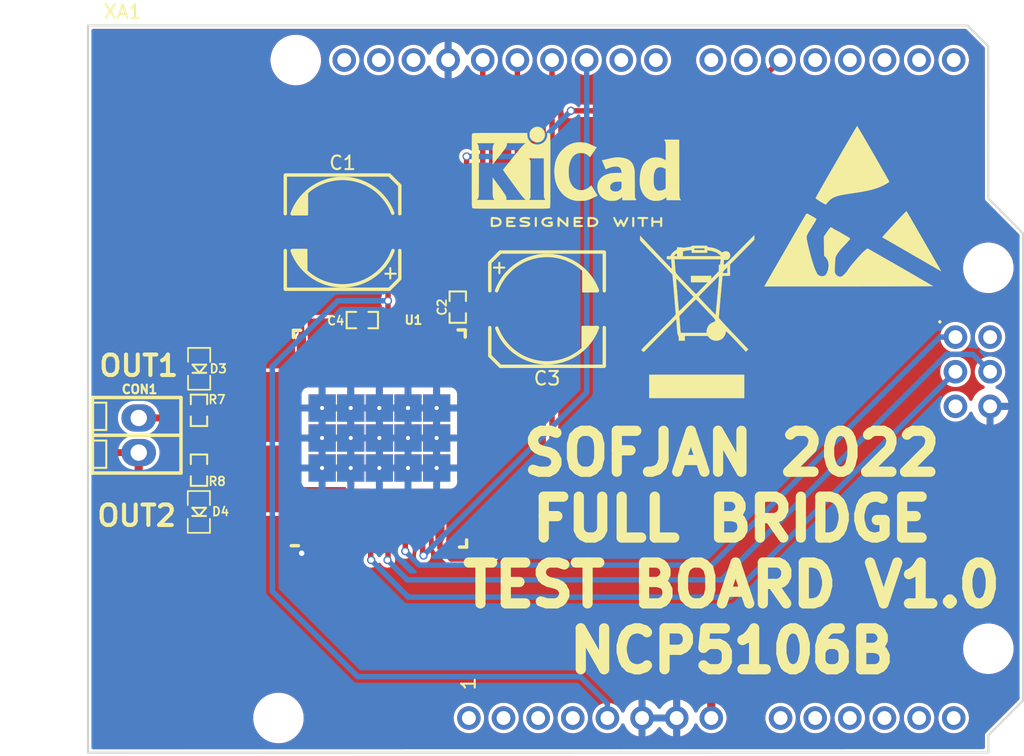
<source format=kicad_pcb>
(kicad_pcb (version 20211014) (generator pcbnew)
  (title_block (title "Full Bridge based on TLE6209R") (date "2022-04-26") (rev "V1.0") (company "Sofjan"))
  (layers (0 "F.Cu" signal) (31 "B.Cu" signal) (34 "B.Paste" user) (35 "F.Paste" user) (36 "B.SilkS" user "B.Silkscreen") (37 "F.SilkS" user "F.Silkscreen") (38 "B.Mask" user) (39 "F.Mask" user) (44 "Edge.Cuts" user))
  (net 0 "")
  (net 1 "GND")
  (net 2 "Net-(CON1-Pad2)")
  (net 3 "Net-(D3-Pad2)")
  (net 4 "Net-(D4-Pad1)")
  (net 28 "/VIN")
  (net 29 "/SPI_SCLK")
  (net 30 "/SPI_MOSI")
  (net 31 "/SPI_MISO")
  (net 32 "/SPI_CSN")
  (net 33 "/INH")
  (net 34 "/DIS")
  (net 35 "/DIR")
  (net 36 "/PWM")
  (net 38 "5V")
  (net 39 "Net-(C4-Pad1)")
  (net 40 "Net-(CON1-Pad1)")
  (footprint "Arduino:Arduino_101_Shield" (layer "F.Cu") (at 111.026 126.343)
    (fp_text reference "XA1" (at 2.54 -54.356) (layer "F.SilkS"))
    (fp_text value "Arduino_101_Shield")
    (fp_text user "." (at 62.484 -32.004) (layer "F.SilkS"))
    (pad "" np_thru_hole circle locked (at 66.04 -7.62) (size 3.2 3.2) (drill 3.2) (layers *.Cu *.Mask))
    (pad "" np_thru_hole circle locked (at 13.97 -2.54) (size 3.2 3.2) (drill 3.2) (layers *.Cu *.Mask))
    (pad "" np_thru_hole circle locked (at 15.24 -50.8) (size 3.2 3.2) (drill 3.2) (layers *.Cu *.Mask))
    (pad "" np_thru_hole circle locked (at 66.04 -35.56) (size 3.2 3.2) (drill 3.2) (layers *.Cu *.Mask))
    (pad "3V3" thru_hole oval locked (at 35.56 -2.54) (size 1.7272 1.7272) (drill 1.016) (layers *.Cu *.Mask))
    (pad "5V1" thru_hole oval locked (at 38.1 -2.54) (size 1.7272 1.7272) (drill 1.016) (layers *.Cu *.Mask) (net 38 "5V"))
    (pad "5V2" thru_hole oval locked (at 66.167 -30.48) (size 1.7272 1.7272) (drill 1.016) (layers *.Cu *.Mask))
    (pad "A0" thru_hole oval locked (at 50.8 -2.54) (size 1.7272 1.7272) (drill 1.016) (layers *.Cu *.Mask))
    (pad "A1" thru_hole oval locked (at 53.34 -2.54) (size 1.7272 1.7272) (drill 1.016) (layers *.Cu *.Mask))
    (pad "A2" thru_hole oval locked (at 55.88 -2.54) (size 1.7272 1.7272) (drill 1.016) (layers *.Cu *.Mask))
    (pad "A3" thru_hole oval locked (at 58.42 -2.54) (size 1.7272 1.7272) (drill 1.016) (layers *.Cu *.Mask))
    (pad "A4" thru_hole oval locked (at 60.96 -2.54) (size 1.7272 1.7272) (drill 1.016) (layers *.Cu *.Mask))
    (pad "A5" thru_hole oval locked (at 63.5 -2.54) (size 1.7272 1.7272) (drill 1.016) (layers *.Cu *.Mask))
    (pad "AREF" thru_hole oval locked (at 23.876 -50.8) (size 1.7272 1.7272) (drill 1.016) (layers *.Cu *.Mask))
    (pad "ATN" thru_hole oval locked (at 27.94 -2.54) (size 1.7272 1.7272) (drill 1.016) (layers *.Cu *.Mask))
    (pad "D0" thru_hole oval locked (at 63.5 -50.8) (size 1.7272 1.7272) (drill 1.016) (layers *.Cu *.Mask))
    (pad "D1" thru_hole oval locked (at 60.96 -50.8) (size 1.7272 1.7272) (drill 1.016) (layers *.Cu *.Mask))
    (pad "D2" thru_hole oval locked (at 58.42 -50.8) (size 1.7272 1.7272) (drill 1.016) (layers *.Cu *.Mask))
    (pad "D3" thru_hole oval locked (at 55.88 -50.8) (size 1.7272 1.7272) (drill 1.016) (layers *.Cu *.Mask))
    (pad "D4" thru_hole oval locked (at 53.34 -50.8) (size 1.7272 1.7272) (drill 1.016) (layers *.Cu *.Mask))
    (pad "D5" thru_hole oval locked (at 50.8 -50.8) (size 1.7272 1.7272) (drill 1.016) (layers *.Cu *.Mask) (net 36 "/PWM"))
    (pad "D6" thru_hole oval locked (at 48.26 -50.8) (size 1.7272 1.7272) (drill 1.016) (layers *.Cu *.Mask))
    (pad "D7" thru_hole oval locked (at 45.72 -50.8) (size 1.7272 1.7272) (drill 1.016) (layers *.Cu *.Mask))
    (pad "D8" thru_hole oval locked (at 41.656 -50.8) (size 1.7272 1.7272) (drill 1.016) (layers *.Cu *.Mask))
    (pad "D9" thru_hole oval locked (at 39.116 -50.8) (size 1.7272 1.7272) (drill 1.016) (layers *.Cu *.Mask))
    (pad "D10" thru_hole oval locked (at 36.576 -50.8) (size 1.7272 1.7272) (drill 1.016) (layers *.Cu *.Mask) (net 32 "/SPI_CSN"))
    (pad "D11" thru_hole oval locked (at 34.036 -50.8) (size 1.7272 1.7272) (drill 1.016) (layers *.Cu *.Mask) (net 33 "/INH"))
    (pad "D12" thru_hole oval locked (at 31.496 -50.8) (size 1.7272 1.7272) (drill 1.016) (layers *.Cu *.Mask) (net 34 "/DIS"))
    (pad "D13" thru_hole oval locked (at 28.956 -50.8) (size 1.7272 1.7272) (drill 1.016) (layers *.Cu *.Mask) (net 35 "/DIR"))
    (pad "GND1" thru_hole oval locked (at 26.416 -50.8) (size 1.7272 1.7272) (drill 1.016) (layers *.Cu *.Mask) (net 1 "GND"))
    (pad "GND2" thru_hole oval locked (at 40.64 -2.54) (size 1.7272 1.7272) (drill 1.016) (layers *.Cu *.Mask) (net 1 "GND"))
    (pad "GND3" thru_hole oval locked (at 43.18 -2.54) (size 1.7272 1.7272) (drill 1.016) (layers *.Cu *.Mask) (net 1 "GND"))
    (pad "GND4" thru_hole oval locked (at 66.167 -25.4) (size 1.7272 1.7272) (drill 1.016) (layers *.Cu *.Mask) (net 1 "GND"))
    (pad "IORF" thru_hole oval locked (at 30.48 -2.54) (size 1.7272 1.7272) (drill 1.016) (layers *.Cu *.Mask))
    (pad "MISO" thru_hole oval locked (at 63.627 -30.48) (size 1.7272 1.7272) (drill 1.016) (layers *.Cu *.Mask) (net 31 "/SPI_MISO"))
    (pad "MOSI" thru_hole oval locked (at 66.167 -27.94) (size 1.7272 1.7272) (drill 1.016) (layers *.Cu *.Mask) (net 30 "/SPI_MOSI"))
    (pad "RST1" thru_hole oval locked (at 33.02 -2.54) (size 1.7272 1.7272) (drill 1.016) (layers *.Cu *.Mask))
    (pad "RST2" thru_hole oval locked (at 63.627 -25.4) (size 1.7272 1.7272) (drill 1.016) (layers *.Cu *.Mask))
    (pad "SCK" thru_hole oval locked (at 63.627 -27.94) (size 1.7272 1.7272) (drill 1.016) (layers *.Cu *.Mask) (net 29 "/SPI_SCLK"))
    (pad "SCL" thru_hole oval locked (at 18.796 -50.8) (size 1.7272 1.7272) (drill 1.016) (layers *.Cu *.Mask))
    (pad "SDA" thru_hole oval locked (at 21.336 -50.8) (size 1.7272 1.7272) (drill 1.016) (layers *.Cu *.Mask))
    (pad "VIN" thru_hole oval locked (at 45.72 -2.54) (size 1.7272 1.7272) (drill 1.016) (layers *.Cu *.Mask) (net 28 "/VIN"))
  )
  (footprint "Smd_Electrolytic:100uF_50V_Size_C_8x10" (layer "F.Cu") (at 144.698 93.815 180)
    (fp_text reference "C3" (at 0 -5.08) (layer "F.SilkS"))
    (fp_text value "100uF/50V" hide)
    (pad "1" smd rect locked (at 3.2512 0 180) (size 3.50012 2.4003) (layers "F.Cu" "F.Paste" "F.Mask") (net 28 "/VIN"))
    (pad "2" smd rect locked (at -3.2512 0 180) (size 3.50012 2.4003) (layers "F.Cu" "F.Paste" "F.Mask") (net 1 "GND"))
  )
  (footprint "Symbols:KiCad-Logo2_6mm_SilkScreen" (layer "F.Cu") (at 146.840514 83.419848)
    (fp_text reference "Lg1" hide)
    (fp_text value "KiCad_Logo" hide)
  )
  (footprint "Resistor_Smd_0603:1k_0603" (layer "F.Cu") (at 119.168 101.235 -90)
    (fp_text reference "R7" (at -0.79 -1.32) (layer "F.SilkS") (effects (font (size 0.635 0.635) (thickness 0.127))))
    (fp_text value "1k" hide)
    (pad "1" smd rect (at -0.7 0 270) (size 0.6 1) (layers "F.Cu" "F.Paste" "F.Mask") (net 3 "Net-(D3-Pad2)") (clearance 0.03))
    (pad "2" smd rect (at 0.7 0 270) (size 0.6 1) (layers "F.Cu" "F.Paste" "F.Mask") (net 40 "Net-(CON1-Pad1)") (clearance 0.03))
  )
  (footprint "Capacitors_Smd_0603:100nF_0603" (layer "F.Cu") (at 138.148 93.665 -90)
    (fp_text reference "C2" (at 0 1.15 90) (layer "F.SilkS") (effects (font (size 0.635 0.635) (thickness 0.127))))
    (fp_text value "100n" hide)
    (pad "1" smd rect (at -0.7 0 270) (size 0.6 1) (layers "F.Cu" "F.Paste" "F.Mask") (net 28 "/VIN"))
    (pad "2" smd rect (at 0.7 0 270) (size 0.6 1) (layers "F.Cu" "F.Paste" "F.Mask") (net 1 "GND"))
  )
  (footprint "Diodes:FYLS-0805URC" (layer "F.Cu") (at 119.178 98.185 90)
    (fp_text reference "D3" (at 0 1.4 180) (layer "F.SilkS") (effects (font (size 0.635 0.635) (thickness 0.127))))
    (fp_text value "FYLS-0805URC" hide)
    (pad "1" smd rect (at 0.9525 0 90) (size 0.889 1.397) (layers "F.Cu" "F.Paste" "F.Mask") (net 2 "Net-(CON1-Pad2)") (clearance 0.1))
    (pad "2" smd rect (at -0.9525 0 90) (size 0.889 1.397) (layers "F.Cu" "F.Paste" "F.Mask") (net 3 "Net-(D3-Pad2)") (clearance 0.1))
  )
  (footprint "H_Bridges_Drivers:TLE6209R" (layer "F.Cu") (at 132.398 103.265)
    (fp_text reference "U1" (at 2.5 -8.65) (layer "F.SilkS") (effects (font (size 0.635 0.635))))
    (fp_text value "TLE6209R" hide)
    (pad "0" thru_hole rect (at 2.1 2.2) (size 2 2) (drill 0.3) (layers *.Cu *.Mask) (net 1 "GND") (clearance 0.01))
    (pad "0" thru_hole rect (at 0 0) (size 2 2) (drill 0.3) (layers *.Cu *.Mask) (net 1 "GND") (clearance 0.01))
    (pad "0" thru_hole rect (at 2.1 -2.2) (size 2 2) (drill 0.3) (layers *.Cu *.Mask) (net 1 "GND") (clearance 0.01))
    (pad "0" thru_hole rect (at 4.2 -2.2) (size 2 2) (drill 0.3) (layers *.Cu *.Mask) (net 1 "GND") (clearance 0.01))
    (pad "0" thru_hole rect (at -2.1 0) (size 2 2) (drill 0.3) (layers *.Cu *.Mask) (net 1 "GND") (clearance 0.01))
    (pad "0" thru_hole rect (at 4.2 2.2) (size 2 2) (drill 0.3) (layers *.Cu *.Mask) (net 1 "GND") (clearance 0.01))
    (pad "0" thru_hole rect (at 4.2 0) (size 2 2) (drill 0.3) (layers *.Cu *.Mask) (net 1 "GND") (clearance 0.01))
    (pad "0" thru_hole rect (at 0 -2.2) (size 2 2) (drill 0.3) (layers *.Cu *.Mask) (net 1 "GND") (clearance 0.01))
    (pad "0" thru_hole rect (at -2.1 2.2) (size 2 2) (drill 0.3) (layers *.Cu *.Mask) (net 1 "GND") (clearance 0.01))
    (pad "0" thru_hole rect (at 2.1 0) (size 2 2) (drill 0.3) (layers *.Cu *.Mask) (net 1 "GND") (clearance 0.01))
    (pad "0" thru_hole rect (at -4.2 2.2) (size 2 2) (drill 0.3) (layers *.Cu *.Mask) (net 1 "GND") (clearance 0.01))
    (pad "0" thru_hole rect (at -4.2 -2.2) (size 2 2) (drill 0.3) (layers *.Cu *.Mask) (net 1 "GND") (clearance 0.01))
    (pad "0" thru_hole rect (at 0 2.2) (size 2 2) (drill 0.3) (layers *.Cu *.Mask) (net 1 "GND") (clearance 0.01))
    (pad "0" thru_hole rect (at -2.1 -2.2) (size 2 2) (drill 0.3) (layers *.Cu *.Mask) (net 1 "GND") (clearance 0.01))
    (pad "0" thru_hole rect (at -4.2 0) (size 2 2) (drill 0.3) (layers *.Cu *.Mask) (net 1 "GND") (clearance 0.01))
    (pad "1" smd oval (at -5.715 6.74 90) (size 1.83 0.68) (layers "F.Cu" "F.Paste" "F.Mask") (net 1 "GND") (clearance 0.01))
    (pad "2" smd oval (at -4.445 6.74 90) (size 1.83 0.68) (layers "F.Cu" "F.Paste" "F.Mask") (net 40 "Net-(CON1-Pad1)") (clearance 0.01))
    (pad "3" smd oval (at -3.175 6.74 90) (size 1.83 0.68) (layers "F.Cu" "F.Paste" "F.Mask") (net 40 "Net-(CON1-Pad1)") (clearance 0.01))
    (pad "4" smd oval (at -1.905 6.74 90) (size 1.83 0.68) (layers "F.Cu" "F.Paste" "F.Mask") (net 28 "/VIN") (clearance 0.01))
    (pad "5" smd oval (at -0.635 6.74 90) (size 1.83 0.68) (layers "F.Cu" "F.Paste" "F.Mask") (net 29 "/SPI_SCLK") (clearance 0.01))
    (pad "6" smd oval (at 0.635 6.74 90) (size 1.83 0.68) (layers "F.Cu" "F.Paste" "F.Mask") (net 30 "/SPI_MOSI") (clearance 0.01))
    (pad "7" smd oval (at 1.905 6.74 90) (size 1.83 0.68) (layers "F.Cu" "F.Paste" "F.Mask") (net 31 "/SPI_MISO") (clearance 0.01))
    (pad "8" smd oval (at 3.175 6.74 90) (size 1.83 0.68) (layers "F.Cu" "F.Paste" "F.Mask") (net 32 "/SPI_CSN") (clearance 0.01))
    (pad "9" smd oval (at 4.445 6.74 90) (size 1.83 0.68) (layers "F.Cu" "F.Paste" "F.Mask") (net 33 "/INH") (clearance 0.01))
    (pad "10" smd oval (at 5.715 6.74 90) (size 1.83 0.68) (layers "F.Cu" "F.Paste" "F.Mask") (net 1 "GND") (clearance 0.01))
    (pad "11" smd oval (at 5.715 -6.74 90) (size 1.83 0.68) (layers "F.Cu" "F.Paste" "F.Mask") (net 1 "GND") (clearance 0.01))
    (pad "12" smd oval (at 4.445 -6.74 90) (size 1.83 0.68) (layers "F.Cu" "F.Paste" "F.Mask") (net 34 "/DIS") (clearance 0.01))
    (pad "13" smd oval (at 3.175 -6.74 90) (size 1.83 0.68) (layers "F.Cu" "F.Paste" "F.Mask") (net 35 "/DIR") (clearance 0.01))
    (pad "14" smd oval (at 1.905 -6.74 90) (size 1.83 0.68) (layers "F.Cu" "F.Paste" "F.Mask") (net 36 "/PWM") (clearance 0.01))
    (pad "15" smd oval (at 0.635 -6.74 90) (size 1.83 0.68) (layers "F.Cu" "F.Paste" "F.Mask") (net 38 "5V") (clearance 0.01))
    (pad "16" smd oval (at -0.635 -6.74 90) (size 1.83 0.68) (layers "F.Cu" "F.Paste" "F.Mask") (net 39 "Net-(C4-Pad1)") (clearance 0.01))
    (pad "17" smd oval (at -1.905 -6.74 90) (size 1.83 0.68) (layers "F.Cu" "F.Paste" "F.Mask") (net 28 "/VIN") (clearance 0.01))
    (pad "18" smd oval (at -3.175 -6.74 90) (size 1.83 0.68) (layers "F.Cu" "F.Paste" "F.Mask") (net 2 "Net-(CON1-Pad2)") (clearance 0.01))
    (pad "19" smd oval (at -4.445 -6.74 90) (size 1.83 0.68) (layers "F.Cu" "F.Paste" "F.Mask") (net 2 "Net-(CON1-Pad2)") (clearance 0.01))
    (pad "20" smd oval (at -5.715 -6.74 90) (size 1.83 0.68) (layers "F.Cu" "F.Paste" "F.Mask") (net 1 "GND") (clearance 0.01))
  )
  (footprint "Symbols:ESD-Logo_13.2x12mm_SilkScreen" (layer "F.Cu") (at 167.132 86.233)
    (fp_text reference "Lg2" hide)
    (fp_text value "ESD_Logo" hide)
  )
  (footprint "Smd_Electrolytic:100uF_50V_Size_C_8x10" (layer "F.Cu") (at 129.698 88.165)
    (fp_text reference "C1" (at 0 -5.08) (layer "F.SilkS"))
    (fp_text value "100uF/50V" hide)
    (pad "1" smd rect locked (at 3.2512 0) (size 3.50012 2.4003) (layers "F.Cu" "F.Paste" "F.Mask") (net 38 "5V"))
    (pad "2" smd rect locked (at -3.2512 0) (size 3.50012 2.4003) (layers "F.Cu" "F.Paste" "F.Mask") (net 1 "GND"))
  )
  (footprint "Capacitors_Smd_0603:33nF_0603" (layer "F.Cu") (at 131.148 94.615 180)
    (fp_text reference "C4" (at 1.95 -0.05) (layer "F.SilkS") (effects (font (size 0.635 0.635) (thickness 0.127))))
    (fp_text value "33nF/50V" hide)
    (pad "1" smd rect locked (at -0.7 0 180) (size 0.6 1) (layers "F.Cu" "F.Paste" "F.Mask") (net 39 "Net-(C4-Pad1)") (clearance 0.03))
    (pad "2" smd rect locked (at 0.7 0 180) (size 0.6 1) (layers "F.Cu" "F.Paste" "F.Mask") (net 28 "/VIN") (clearance 0.03))
  )
  (footprint "Diodes:FYLS-0805PGC" (layer "F.Cu") (at 119.158 108.685 90)
    (fp_text reference "D4" (at 0.02 1.59 180) (layer "F.SilkS") (effects (font (size 0.635 0.635) (thickness 0.127))))
    (fp_text value "FYLS-0805PGC" hide)
    (pad "1" smd rect (at 0.9525 0 90) (size 0.889 1.397) (layers "F.Cu" "F.Paste" "F.Mask") (net 4 "Net-(D4-Pad1)") (clearance 0.1))
    (pad "2" smd rect (at -0.9525 0 90) (size 0.889 1.397) (layers "F.Cu" "F.Paste" "F.Mask") (net 2 "Net-(CON1-Pad2)") (clearance 0.1))
  )
  (footprint "TerminalBlock_P2.54:282834-2" (layer "F.Cu") (at 114.748 103.065 -90)
    (fp_text reference "CON1" (at -3.37 -0.06 180) (layer "F.SilkS") (effects (font (size 0.635 0.635) (thickness 0.15875))))
    (fp_text value "282834-2")
    (pad "1" thru_hole oval (at -1.27 0 270) (size 2 2.54) (drill 1.2) (layers *.Cu *.Mask) (net 40 "Net-(CON1-Pad1)"))
    (pad "2" thru_hole oval (at 1.27 0 270) (size 2 2.54) (drill 1.2) (layers *.Cu *.Mask) (net 2 "Net-(CON1-Pad2)"))
  )
  (footprint "Resistor_Smd_0603:1k_0603" (layer "F.Cu") (at 119.168 105.625 -90)
    (fp_text reference "R8" (at 0.82 -1.33 180) (layer "F.SilkS") (effects (font (size 0.635 0.635) (thickness 0.127))))
    (fp_text value "1k" hide)
    (pad "1" smd rect (at -0.7 0 270) (size 0.6 1) (layers "F.Cu" "F.Paste" "F.Mask") (net 40 "Net-(CON1-Pad1)") (clearance 0.03))
    (pad "2" smd rect (at 0.7 0 270) (size 0.6 1) (layers "F.Cu" "F.Paste" "F.Mask") (net 4 "Net-(D4-Pad1)") (clearance 0.03))
  )
  (footprint "Symbols:WEEE-Logo_8.4x12mm_SilkScreen" (layer "F.Cu") (at 155.702 94.361)
    (fp_text reference "Lg3" hide)
    (fp_text value "WEEE_Logo" hide)
  )
  (gr_line (start 111.028 126.345) (end 111.028 73.005) (layer "Edge.Cuts") (width 0.15))
  (gr_line (start 179.608 122.525) (end 177.068 125.075) (layer "Edge.Cuts") (width 0.15))
  (gr_line (start 177.058 74.525) (end 177.068 85.695) (layer "Edge.Cuts") (width 0.15))
  (gr_line (start 179.608 88.255) (end 179.608 122.525) (layer "Edge.Cuts") (width 0.15))
  (gr_line (start 175.538 73.005) (end 177.058 74.525) (layer "Edge.Cuts") (width 0.15))
  (gr_line (start 177.068 125.075) (end 177.068 126.335) (layer "Edge.Cuts") (width 0.15))
  (gr_line (start 177.068 85.695) (end 179.608 88.255) (layer "Edge.Cuts") (width 0.15))
  (gr_line (start 177.068 126.335) (end 111.028 126.345) (layer "Edge.Cuts") (width 0.15))
  (gr_line (start 111.028 73.005) (end 175.538 73.005) (layer "Edge.Cuts") (width 0.15))
  (gr_text "OUT2" (at 114.598 108.965) (layer "F.SilkS") (effects (font (size 1.5 1.5) (thickness 0.3))))
  (gr_text "SOFJAN 2022\nFULL BRIDGE\nTEST BOARD V1.0\nNCP5106B" (at 158.242 111.633) (layer "F.SilkS") (effects (font (size 3 3) (thickness 0.75))))
  (gr_text "OUT1" (at 114.748 97.965) (layer "F.SilkS") (effects (font (size 1.5 1.5) (thickness 0.3))))
  (gr_text "1" (at 138.938 121.285 90) (layer "F.SilkS") (effects (font (size 1 1))))
  (segment (start 126.683 88.4012) (end 126.4468 88.165) (width 0.4) (layer "F.Cu") (net 1))
  (segment (start 126.683 110.005) (end 126.683 111.7) (width 0.4) (layer "F.Cu") (net 1))
  (segment (start 138.113 94.4) (end 138.148 94.365) (width 0.4) (layer "F.Cu") (net 1))
  (segment (start 126.683 111.7) (end 126.698 111.715) (width 0.4) (layer "F.Cu") (net 1))
  (segment (start 138.113 96.525) (end 138.113 94.4) (width 0.4) (layer "F.Cu") (net 1))
  (segment (start 126.683 96.525) (end 126.683 88.4012) (width 0.4) (layer "F.Cu") (net 1))
  (via (at 126.698 111.715) (size 0.6) (drill 0.4) (layers "F.Cu" "B.Cu") (net 1))
  (segment (start 116.8705 109.6375) (end 114.748 107.515) (width 0.6) (layer "F.Cu") (net 2))
  (segment (start 129.223 96.525) (end 127.953 96.525) (width 0.4) (layer "F.Cu") (net 2))
  (segment (start 119.158 109.6375) (end 116.8705 109.6375) (width 0.6) (layer "F.Cu") (net 2))
  (segment (start 114.748 107.515) (end 114.748 104.335) (width 0.6) (layer "F.Cu") (net 2))
  (segment (start 119.178 99.1375) (end 119.178 100.525) (width 0.6) (layer "F.Cu") (net 3))
  (segment (start 119.178 100.525) (end 119.168 100.535) (width 0.6) (layer "F.Cu") (net 3))
  (segment (start 119.168 107.7225) (end 119.158 107.7325) (width 0.6) (layer "F.Cu") (net 4))
  (segment (start 119.168 106.325) (end 119.168 107.7225) (width 0.6) (layer "F.Cu") (net 4))
  (segment (start 156.746 123.803) (end 156.746 122.463) (width 0.6) (layer "F.Cu") (net 28))
  (segment (start 130.448 96.48) (end 130.448 94.615) (width 0.6) (layer "F.Cu") (net 28))
  (segment (start 139.898 93.815) (end 141.4468 93.815) (width 0.6) (layer "F.Cu") (net 28))
  (segment (start 153.398 119.115) (end 156.598 122.315) (width 0.6) (layer "F.Cu") (net 28))
  (segment (start 130.493 96.525) (end 130.448 96.48) (width 0.6) (layer "F.Cu") (net 28))
  (segment (start 138.148 92.965) (end 139.048 92.965) (width 0.6) (layer "F.Cu") (net 28))
  (segment (start 144.298 119.115) (end 153.398 119.115) (width 0.6) (layer "F.Cu") (net 28))
  (segment (start 130.493 109.17) (end 130.493 110.005) (width 0.6) (layer "F.Cu") (net 28))
  (segment (start 141.4468 98.565) (end 131.348 98.565) (width 0.6) (layer "F.Cu") (net 28))
  (segment (start 139.048 92.965) (end 139.898 93.815) (width 0.6) (layer "F.Cu") (net 28))
  (segment (start 130.493 116.41) (end 132.148 118.065) (width 0.6) (layer "F.Cu") (net 28))
  (segment (start 130.493 110.005) (end 130.493 116.41) (width 0.6) (layer "F.Cu") (net 28))
  (segment (start 131.348 98.565) (end 130.493 97.71) (width 0.6) (layer "F.Cu") (net 28))
  (segment (start 141.4468 93.815) (end 141.4468 104.0442) (width 0.6) (layer "F.Cu") (net 28))
  (segment (start 133.198 119.115) (end 144.298 119.115) (width 0.6) (layer "F.Cu") (net 28))
  (segment (start 141.4468 104.0442) (end 137.826 107.665) (width 0.6) (layer "F.Cu") (net 28))
  (segment (start 130.493 97.71) (end 130.493 96.525) (width 0.6) (layer "F.Cu") (net 28))
  (segment (start 156.746 122.463) (end 156.598 122.315) (width 0.6) (layer "F.Cu") (net 28))
  (segment (start 137.826 107.665) (end 131.998 107.665) (width 0.6) (layer "F.Cu") (net 28))
  (segment (start 141.4468 93.815) (end 141.4468 98.565) (width 0.6) (layer "F.Cu") (net 28))
  (segment (start 132.148 118.065) (end 133.198 119.115) (width 0.6) (layer "F.Cu") (net 28))
  (segment (start 131.998 107.665) (end 130.493 109.17) (width 0.6) (layer "F.Cu") (net 28))
  (segment (start 131.763 112.18) (end 131.798 112.215) (width 0.4) (layer "F.Cu") (net 29))
  (segment (start 131.763 110.005) (end 131.763 112.18) (width 0.4) (layer "F.Cu") (net 29))
  (via (at 131.798 112.215) (size 0.6) (drill 0.4) (layers "F.Cu" "B.Cu") (net 29))
  (segment (start 158.121 114.935) (end 174.653 98.403) (width 0.4) (layer "B.Cu") (net 29))
  (segment (start 131.798 112.215) (end 134.518 114.935) (width 0.4) (layer "B.Cu") (net 29))
  (segment (start 134.518 114.935) (end 158.121 114.935) (width 0.4) (layer "B.Cu") (net 29))
  (segment (start 133.033 110.005) (end 133.033 112.1805) (width 0.4) (layer "F.Cu") (net 30))
  (segment (start 133.033 112.1805) (end 132.998 112.2155) (width 0.4) (layer "F.Cu") (net 30))
  (via (at 132.998 112.2155) (size 0.6) (drill 0.4) (layers "F.Cu" "B.Cu") (net 30))
  (segment (start 134.4475 113.665) (end 132.998 112.2155) (width 0.4) (layer "B.Cu") (net 30))
  (segment (start 177.193 98.403) (end 175.916111 97.126111) (width 0.4) (layer "B.Cu") (net 30))
  (segment (start 175.916111 97.126111) (end 174.018889 97.126111) (width 0.4) (layer "B.Cu") (net 30))
  (segment (start 157.48 113.665) (end 134.4475 113.665) (width 0.4) (layer "B.Cu") (net 30))
  (segment (start 174.018889 97.126111) (end 157.48 113.665) (width 0.4) (layer "B.Cu") (net 30))
  (segment (start 134.303 110.005) (end 134.303 111.5605) (width 0.4) (layer "F.Cu") (net 31))
  (segment (start 134.303 111.5605) (end 134.298 111.5655) (width 0.4) (layer "F.Cu") (net 31))
  (via (at 134.298 111.5655) (size 0.6) (drill 0.4) (layers "F.Cu" "B.Cu") (net 31))
  (segment (start 173.504 95.863) (end 156.780499 112.586501) (width 0.4) (layer "B.Cu") (net 31))
  (segment (start 156.780499 112.586501) (end 135.319001 112.586501) (width 0.4) (layer "B.Cu") (net 31))
  (segment (start 174.653 95.863) (end 173.504 95.863) (width 0.4) (layer "B.Cu") (net 31))
  (segment (start 135.319001 112.586501) (end 134.298 111.5655) (width 0.4) (layer "B.Cu") (net 31))
  (segment (start 135.573 110.005) (end 135.573 111.824) (width 0.4) (layer "F.Cu") (net 32))
  (segment (start 135.573 111.824) (end 135.636 111.887) (width 0.4) (layer "F.Cu") (net 32))
  (via (at 135.636 111.887) (size 0.6) (drill 0.4) (layers "F.Cu" "B.Cu") (net 32))
  (segment (start 147.602 75.543) (end 147.602 99.921) (width 0.4) (layer "B.Cu") (net 32))
  (segment (start 147.602 99.921) (end 135.636 111.887) (width 0.4) (layer "B.Cu") (net 32))
  (segment (start 136.843 111.316) (end 137.668 112.141) (width 0.4) (layer "F.Cu") (net 33))
  (segment (start 136.843 110.005) (end 136.843 111.316) (width 0.4) (layer "F.Cu") (net 33))
  (segment (start 137.668 112.141) (end 140.462 112.141) (width 0.4) (layer "F.Cu") (net 33))
  (segment (start 145.062 107.541) (end 145.062 75.543) (width 0.4) (layer "F.Cu") (net 33))
  (segment (start 140.462 112.141) (end 145.062 107.541) (width 0.4) (layer "F.Cu") (net 33))
  (segment (start 142.522 85.191) (end 142.522 75.543) (width 0.4) (layer "F.Cu") (net 34))
  (segment (start 136.843 90.87) (end 142.522 85.191) (width 0.4) (layer "F.Cu") (net 34))
  (segment (start 136.843 96.525) (end 136.843 90.87) (width 0.4) (layer "F.Cu") (net 34))
  (segment (start 139.982 85.729268) (end 135.573 90.138268) (width 0.4) (layer "F.Cu") (net 35))
  (segment (start 139.982 75.543) (end 139.982 85.729268) (width 0.4) (layer "F.Cu") (net 35))
  (segment (start 135.573 90.138268) (end 135.573 96.525) (width 0.4) (layer "F.Cu") (net 35))
  (segment (start 134.303 90.560432) (end 138.798 86.065432) (width 0.4) (layer "F.Cu") (net 36))
  (segment (start 158.104 79.265) (end 161.826 75.543) (width 0.4) (layer "F.Cu") (net 36))
  (segment (start 138.798 86.065432) (end 138.798 82.615) (width 0.4) (layer "F.Cu") (net 36))
  (segment (start 146.448 79.265) (end 158.104 79.265) (width 0.4) (layer "F.Cu") (net 36))
  (segment (start 134.303 96.525) (end 134.303 90.560432) (width 0.4) (layer "F.Cu") (net 36))
  (via (at 146.448 79.265) (size 0.6) (drill 0.4) (layers "F.Cu" "B.Cu") (net 36))
  (via (at 138.798 82.615) (size 0.6) (drill 0.4) (layers "F.Cu" "B.Cu") (net 36))
  (segment (start 138.798 82.615) (end 143.098 82.615) (width 0.4) (layer "B.Cu") (net 36))
  (segment (start 143.098 82.615) (end 146.448 79.265) (width 0.4) (layer "B.Cu") (net 36))
  (segment (start 133.033 96.525) (end 133.033 93.2) (width 0.4) (layer "F.Cu") (net 38))
  (segment (start 133.033 93.2) (end 133.033 88.2488) (width 0.4) (layer "F.Cu") (net 38))
  (segment (start 133.033 88.2488) (end 132.9492 88.165) (width 0.4) (layer "F.Cu") (net 38))
  (via (at 133.033 93.2) (size 0.6) (drill 0.4) (layers "F.Cu" "B.Cu") (net 38))
  (segment (start 149.126 122.743) (end 149.126 123.803) (width 0.4) (layer "B.Cu") (net 38))
  (segment (start 124.548 114.515) (end 130.798 120.765) (width 0.4) (layer "B.Cu") (net 38))
  (segment (start 130.798 120.765) (end 147.148 120.765) (width 0.4) (layer "B.Cu") (net 38))
  (segment (start 147.148 120.765) (end 149.126 122.743) (width 0.4) (layer "B.Cu") (net 38))
  (segment (start 129.363 93.2) (end 124.548 98.015) (width 0.4) (layer "B.Cu") (net 38))
  (segment (start 133.033 93.2) (end 129.363 93.2) (width 0.4) (layer "B.Cu") (net 38))
  (segment (start 124.548 98.015) (end 124.548 114.515) (width 0.4) (layer "B.Cu") (net 38))
  (segment (start 131.898 95.265) (end 131.898 94.665) (width 0.4) (layer "F.Cu") (net 39))
  (segment (start 131.898 94.665) (end 131.848 94.615) (width 0.4) (layer "F.Cu") (net 39))
  (segment (start 131.763 95.4) (end 131.898 95.265) (width 0.4) (layer "F.Cu") (net 39))
  (segment (start 131.763 96.525) (end 131.763 95.4) (width 0.4) (layer "F.Cu") (net 39))
  (segment (start 129.223 110.005) (end 127.953 110.005) (width 0.4) (layer "F.Cu") (net 40))
  (segment (start 114.888 101.935) (end 114.748 101.795) (width 0.6) (layer "F.Cu") (net 40))
  (zone (net 40) (net_name "Net-(CON1-Pad1)") (layer "F.Cu") (priority 1) (connect_pads thru_hole_only (clearance 0.254)) (min_thickness 0.254) (fill yes (thermal_gap 0.508) (thermal_bridge_width 0.508))
    (polygon (pts (xy 118.098 101.115) (xy 122.698 101.115) (xy 122.698 103.815) (xy 126.298 103.815) (xy 126.298 106.865) (xy 129.998 106.865) (xy 129.998 111.415) (xy 127.298 111.415) (xy 127.298 108.715) (xy 120.598 108.715) (xy 120.598 105.565) (xy 117.848 105.565) (xy 117.848 103.015) (xy 113.548 102.965) (xy 113.598 100.565) (xy 118.098 100.565)))
  )
  (zone (net 1) (net_name "GND") (layers F&B.Cu) (connect_pads thru_hole_only (clearance 0.254)) (min_thickness 0.254) (fill yes (thermal_gap 0.508) (thermal_bridge_width 0.508))
    (polygon (pts (xy 177.048 74.515) (xy 177.048 85.715) (xy 179.598 88.265) (xy 179.598 122.515) (xy 177.098 125.065) (xy 177.098 126.365) (xy 110.998 126.365) (xy 110.998 73.015) (xy 175.498 72.965)))
  )
  (zone (net 2) (net_name "Net-(CON1-Pad2)") (layer "F.Cu") (priority 1) (connect_pads thru_hole_only (clearance 0.254)) (min_thickness 0.254) (fill yes (thermal_gap 0.508) (thermal_bridge_width 0.508))
    (polygon (pts (xy 129.823 95.515) (xy 129.82027 98.149008) (xy 120.52027 98.174008) (xy 120.52927 99.838564) (xy 114.25427 99.863564) (xy 113.792 99.949) (xy 113.073 99.99) (xy 113.098 103.44) (xy 116.648 103.44) (xy 116.673 106.24) (xy 111.223 106.215) (xy 111.373 94.565) (xy 129.798 94.49)))
  )
)
</source>
